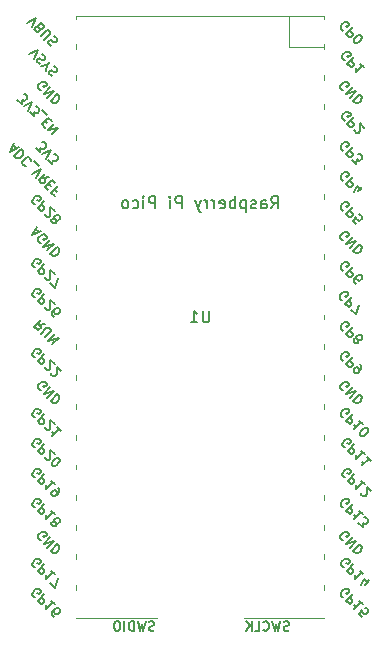
<source format=gbr>
%TF.GenerationSoftware,KiCad,Pcbnew,(6.0.9)*%
%TF.CreationDate,2023-01-29T18:03:13-08:00*%
%TF.ProjectId,numpad,6e756d70-6164-42e6-9b69-6361645f7063,rev?*%
%TF.SameCoordinates,Original*%
%TF.FileFunction,Legend,Bot*%
%TF.FilePolarity,Positive*%
%FSLAX46Y46*%
G04 Gerber Fmt 4.6, Leading zero omitted, Abs format (unit mm)*
G04 Created by KiCad (PCBNEW (6.0.9)) date 2023-01-29 18:03:13*
%MOMM*%
%LPD*%
G01*
G04 APERTURE LIST*
%ADD10C,0.150000*%
%ADD11C,0.120000*%
G04 APERTURE END LIST*
D10*
X96400000Y-68252380D02*
X96733333Y-67776190D01*
X96971428Y-68252380D02*
X96971428Y-67252380D01*
X96590476Y-67252380D01*
X96495238Y-67300000D01*
X96447619Y-67347619D01*
X96400000Y-67442857D01*
X96400000Y-67585714D01*
X96447619Y-67680952D01*
X96495238Y-67728571D01*
X96590476Y-67776190D01*
X96971428Y-67776190D01*
X95542857Y-68252380D02*
X95542857Y-67728571D01*
X95590476Y-67633333D01*
X95685714Y-67585714D01*
X95876190Y-67585714D01*
X95971428Y-67633333D01*
X95542857Y-68204761D02*
X95638095Y-68252380D01*
X95876190Y-68252380D01*
X95971428Y-68204761D01*
X96019047Y-68109523D01*
X96019047Y-68014285D01*
X95971428Y-67919047D01*
X95876190Y-67871428D01*
X95638095Y-67871428D01*
X95542857Y-67823809D01*
X95114285Y-68204761D02*
X95019047Y-68252380D01*
X94828571Y-68252380D01*
X94733333Y-68204761D01*
X94685714Y-68109523D01*
X94685714Y-68061904D01*
X94733333Y-67966666D01*
X94828571Y-67919047D01*
X94971428Y-67919047D01*
X95066666Y-67871428D01*
X95114285Y-67776190D01*
X95114285Y-67728571D01*
X95066666Y-67633333D01*
X94971428Y-67585714D01*
X94828571Y-67585714D01*
X94733333Y-67633333D01*
X94257142Y-67585714D02*
X94257142Y-68585714D01*
X94257142Y-67633333D02*
X94161904Y-67585714D01*
X93971428Y-67585714D01*
X93876190Y-67633333D01*
X93828571Y-67680952D01*
X93780952Y-67776190D01*
X93780952Y-68061904D01*
X93828571Y-68157142D01*
X93876190Y-68204761D01*
X93971428Y-68252380D01*
X94161904Y-68252380D01*
X94257142Y-68204761D01*
X93352380Y-68252380D02*
X93352380Y-67252380D01*
X93352380Y-67633333D02*
X93257142Y-67585714D01*
X93066666Y-67585714D01*
X92971428Y-67633333D01*
X92923809Y-67680952D01*
X92876190Y-67776190D01*
X92876190Y-68061904D01*
X92923809Y-68157142D01*
X92971428Y-68204761D01*
X93066666Y-68252380D01*
X93257142Y-68252380D01*
X93352380Y-68204761D01*
X92066666Y-68204761D02*
X92161904Y-68252380D01*
X92352380Y-68252380D01*
X92447619Y-68204761D01*
X92495238Y-68109523D01*
X92495238Y-67728571D01*
X92447619Y-67633333D01*
X92352380Y-67585714D01*
X92161904Y-67585714D01*
X92066666Y-67633333D01*
X92019047Y-67728571D01*
X92019047Y-67823809D01*
X92495238Y-67919047D01*
X91590476Y-68252380D02*
X91590476Y-67585714D01*
X91590476Y-67776190D02*
X91542857Y-67680952D01*
X91495238Y-67633333D01*
X91400000Y-67585714D01*
X91304761Y-67585714D01*
X90971428Y-68252380D02*
X90971428Y-67585714D01*
X90971428Y-67776190D02*
X90923809Y-67680952D01*
X90876190Y-67633333D01*
X90780952Y-67585714D01*
X90685714Y-67585714D01*
X90447619Y-67585714D02*
X90209523Y-68252380D01*
X89971428Y-67585714D02*
X90209523Y-68252380D01*
X90304761Y-68490476D01*
X90352380Y-68538095D01*
X90447619Y-68585714D01*
X88828571Y-68252380D02*
X88828571Y-67252380D01*
X88447619Y-67252380D01*
X88352380Y-67300000D01*
X88304761Y-67347619D01*
X88257142Y-67442857D01*
X88257142Y-67585714D01*
X88304761Y-67680952D01*
X88352380Y-67728571D01*
X88447619Y-67776190D01*
X88828571Y-67776190D01*
X87828571Y-68252380D02*
X87828571Y-67585714D01*
X87828571Y-67252380D02*
X87876190Y-67300000D01*
X87828571Y-67347619D01*
X87780952Y-67300000D01*
X87828571Y-67252380D01*
X87828571Y-67347619D01*
X86590476Y-68252380D02*
X86590476Y-67252380D01*
X86209523Y-67252380D01*
X86114285Y-67300000D01*
X86066666Y-67347619D01*
X86019047Y-67442857D01*
X86019047Y-67585714D01*
X86066666Y-67680952D01*
X86114285Y-67728571D01*
X86209523Y-67776190D01*
X86590476Y-67776190D01*
X85590476Y-68252380D02*
X85590476Y-67585714D01*
X85590476Y-67252380D02*
X85638095Y-67300000D01*
X85590476Y-67347619D01*
X85542857Y-67300000D01*
X85590476Y-67252380D01*
X85590476Y-67347619D01*
X84685714Y-68204761D02*
X84780952Y-68252380D01*
X84971428Y-68252380D01*
X85066666Y-68204761D01*
X85114285Y-68157142D01*
X85161904Y-68061904D01*
X85161904Y-67776190D01*
X85114285Y-67680952D01*
X85066666Y-67633333D01*
X84971428Y-67585714D01*
X84780952Y-67585714D01*
X84685714Y-67633333D01*
X84114285Y-68252380D02*
X84209523Y-68204761D01*
X84257142Y-68157142D01*
X84304761Y-68061904D01*
X84304761Y-67776190D01*
X84257142Y-67680952D01*
X84209523Y-67633333D01*
X84114285Y-67585714D01*
X83971428Y-67585714D01*
X83876190Y-67633333D01*
X83828571Y-67680952D01*
X83780952Y-67776190D01*
X83780952Y-68061904D01*
X83828571Y-68157142D01*
X83876190Y-68204761D01*
X83971428Y-68252380D01*
X84114285Y-68252380D01*
%TO.C,U1*%
X91161904Y-76907380D02*
X91161904Y-77716904D01*
X91114285Y-77812142D01*
X91066666Y-77859761D01*
X90971428Y-77907380D01*
X90780952Y-77907380D01*
X90685714Y-77859761D01*
X90638095Y-77812142D01*
X90590476Y-77716904D01*
X90590476Y-76907380D01*
X89590476Y-77907380D02*
X90161904Y-77907380D01*
X89876190Y-77907380D02*
X89876190Y-76907380D01*
X89971428Y-77050238D01*
X90066666Y-77145476D01*
X90161904Y-77193095D01*
X76389722Y-73264407D02*
X76308910Y-73237470D01*
X76228097Y-73156658D01*
X76174223Y-73048908D01*
X76174223Y-72941158D01*
X76201160Y-72860346D01*
X76281972Y-72725659D01*
X76362784Y-72644847D01*
X76497471Y-72564035D01*
X76578284Y-72537097D01*
X76686033Y-72537097D01*
X76793783Y-72590972D01*
X76847658Y-72644847D01*
X76901532Y-72752597D01*
X76901532Y-72806471D01*
X76712971Y-72995033D01*
X76605221Y-72887284D01*
X77197844Y-72995033D02*
X76632158Y-73560719D01*
X76847658Y-73776218D01*
X76928470Y-73803155D01*
X76982345Y-73803155D01*
X77063157Y-73776218D01*
X77143969Y-73695406D01*
X77170906Y-73614593D01*
X77170906Y-73560719D01*
X77143969Y-73479906D01*
X76928470Y-73264407D01*
X77224781Y-74045592D02*
X77224781Y-74099467D01*
X77251719Y-74180279D01*
X77386406Y-74314966D01*
X77467218Y-74341903D01*
X77521093Y-74341903D01*
X77601905Y-74314966D01*
X77655780Y-74261091D01*
X77709654Y-74153341D01*
X77709654Y-73506844D01*
X78059841Y-73857030D01*
X77682717Y-74611277D02*
X78059841Y-74988401D01*
X78383089Y-74180279D01*
X77238375Y-78051564D02*
X76780439Y-78132377D01*
X76915126Y-77728316D02*
X76349441Y-78294001D01*
X76564940Y-78509500D01*
X76645752Y-78536438D01*
X76699627Y-78536438D01*
X76780439Y-78509500D01*
X76861251Y-78428688D01*
X76888189Y-78347876D01*
X76888189Y-78294001D01*
X76861251Y-78213189D01*
X76645752Y-77997690D01*
X76915126Y-78859687D02*
X77373062Y-78401751D01*
X77453874Y-78374813D01*
X77507749Y-78374813D01*
X77588561Y-78401751D01*
X77696311Y-78509500D01*
X77723248Y-78590312D01*
X77723248Y-78644187D01*
X77696311Y-78725000D01*
X77238375Y-79182935D01*
X78073435Y-78886624D02*
X77507749Y-79452309D01*
X78396683Y-79209873D01*
X77830998Y-79775558D01*
X102497722Y-85954407D02*
X102416910Y-85927470D01*
X102336097Y-85846658D01*
X102282223Y-85738908D01*
X102282223Y-85631158D01*
X102309160Y-85550346D01*
X102389972Y-85415659D01*
X102470784Y-85334847D01*
X102605471Y-85254035D01*
X102686284Y-85227097D01*
X102794033Y-85227097D01*
X102901783Y-85280972D01*
X102955658Y-85334847D01*
X103009532Y-85442597D01*
X103009532Y-85496471D01*
X102820971Y-85685033D01*
X102713221Y-85577284D01*
X103305844Y-85685033D02*
X102740158Y-86250719D01*
X102955658Y-86466218D01*
X103036470Y-86493155D01*
X103090345Y-86493155D01*
X103171157Y-86466218D01*
X103251969Y-86385406D01*
X103278906Y-86304593D01*
X103278906Y-86250719D01*
X103251969Y-86169906D01*
X103036470Y-85954407D01*
X104167841Y-86547030D02*
X103844592Y-86223781D01*
X104006216Y-86385406D02*
X103440531Y-86951091D01*
X103467468Y-86816404D01*
X103467468Y-86708654D01*
X103440531Y-86627842D01*
X103952341Y-87462902D02*
X104006216Y-87516776D01*
X104087028Y-87543714D01*
X104140903Y-87543714D01*
X104221715Y-87516776D01*
X104356402Y-87435964D01*
X104491089Y-87301277D01*
X104571902Y-87166590D01*
X104598839Y-87085778D01*
X104598839Y-87031903D01*
X104571902Y-86951091D01*
X104518027Y-86897216D01*
X104437215Y-86870279D01*
X104383340Y-86870279D01*
X104302528Y-86897216D01*
X104167841Y-86978028D01*
X104033154Y-87112715D01*
X103952341Y-87247402D01*
X103925404Y-87328215D01*
X103925404Y-87382089D01*
X103952341Y-87462902D01*
X102613096Y-55733781D02*
X102532284Y-55706844D01*
X102451471Y-55626032D01*
X102397597Y-55518282D01*
X102397597Y-55410532D01*
X102424534Y-55329720D01*
X102505346Y-55195033D01*
X102586158Y-55114221D01*
X102720845Y-55033409D01*
X102801658Y-55006471D01*
X102909407Y-55006471D01*
X103017157Y-55060346D01*
X103071032Y-55114221D01*
X103124906Y-55221971D01*
X103124906Y-55275845D01*
X102936345Y-55464407D01*
X102828595Y-55356658D01*
X103421218Y-55464407D02*
X102855532Y-56030093D01*
X103071032Y-56245592D01*
X103151844Y-56272529D01*
X103205719Y-56272529D01*
X103286531Y-56245592D01*
X103367343Y-56164780D01*
X103394280Y-56083967D01*
X103394280Y-56030093D01*
X103367343Y-55949280D01*
X103151844Y-55733781D01*
X104283215Y-56326404D02*
X103959966Y-56003155D01*
X104121590Y-56164780D02*
X103555905Y-56730465D01*
X103582842Y-56595778D01*
X103582842Y-56488028D01*
X103555905Y-56407216D01*
X102643722Y-91034407D02*
X102562910Y-91007470D01*
X102482097Y-90926658D01*
X102428223Y-90818908D01*
X102428223Y-90711158D01*
X102455160Y-90630346D01*
X102535972Y-90495659D01*
X102616784Y-90414847D01*
X102751471Y-90334035D01*
X102832284Y-90307097D01*
X102940033Y-90307097D01*
X103047783Y-90360972D01*
X103101658Y-90414847D01*
X103155532Y-90522597D01*
X103155532Y-90576471D01*
X102966971Y-90765033D01*
X102859221Y-90657284D01*
X103451844Y-90765033D02*
X102886158Y-91330719D01*
X103101658Y-91546218D01*
X103182470Y-91573155D01*
X103236345Y-91573155D01*
X103317157Y-91546218D01*
X103397969Y-91465406D01*
X103424906Y-91384593D01*
X103424906Y-91330719D01*
X103397969Y-91249906D01*
X103182470Y-91034407D01*
X104313841Y-91627030D02*
X103990592Y-91303781D01*
X104152216Y-91465406D02*
X103586531Y-92031091D01*
X103613468Y-91896404D01*
X103613468Y-91788654D01*
X103586531Y-91707842D01*
X104017529Y-92354340D02*
X104017529Y-92408215D01*
X104044467Y-92489027D01*
X104179154Y-92623714D01*
X104259966Y-92650651D01*
X104313841Y-92650651D01*
X104394653Y-92623714D01*
X104448528Y-92569839D01*
X104502402Y-92462089D01*
X104502402Y-91815592D01*
X104852589Y-92165778D01*
X75920473Y-55205033D02*
X76674720Y-54827910D01*
X76297597Y-55582157D01*
X76997969Y-55205033D02*
X77105719Y-55258908D01*
X77240406Y-55393595D01*
X77267343Y-55474407D01*
X77267343Y-55528282D01*
X77240406Y-55609094D01*
X77186531Y-55662969D01*
X77105719Y-55689906D01*
X77051844Y-55689906D01*
X76971032Y-55662969D01*
X76836345Y-55582157D01*
X76755532Y-55555219D01*
X76701658Y-55555219D01*
X76620845Y-55582157D01*
X76566971Y-55636032D01*
X76540033Y-55716844D01*
X76540033Y-55770719D01*
X76566971Y-55851531D01*
X76701658Y-55986218D01*
X76809407Y-56040093D01*
X77428967Y-56120905D02*
X77698341Y-55851531D01*
X76944094Y-56228654D02*
X77428967Y-56120905D01*
X77321218Y-56605778D01*
X78021590Y-56228654D02*
X78129340Y-56282529D01*
X78264027Y-56417216D01*
X78290964Y-56498028D01*
X78290964Y-56551903D01*
X78264027Y-56632715D01*
X78210152Y-56686590D01*
X78129340Y-56713528D01*
X78075465Y-56713528D01*
X77994653Y-56686590D01*
X77859966Y-56605778D01*
X77779154Y-56578841D01*
X77725279Y-56578841D01*
X77644467Y-56605778D01*
X77590592Y-56659653D01*
X77563654Y-56740465D01*
X77563654Y-56794340D01*
X77590592Y-56875152D01*
X77725279Y-57009839D01*
X77833028Y-57063714D01*
X102543722Y-98654407D02*
X102462910Y-98627470D01*
X102382097Y-98546658D01*
X102328223Y-98438908D01*
X102328223Y-98331158D01*
X102355160Y-98250346D01*
X102435972Y-98115659D01*
X102516784Y-98034847D01*
X102651471Y-97954035D01*
X102732284Y-97927097D01*
X102840033Y-97927097D01*
X102947783Y-97980972D01*
X103001658Y-98034847D01*
X103055532Y-98142597D01*
X103055532Y-98196471D01*
X102866971Y-98385033D01*
X102759221Y-98277284D01*
X103351844Y-98385033D02*
X102786158Y-98950719D01*
X103001658Y-99166218D01*
X103082470Y-99193155D01*
X103136345Y-99193155D01*
X103217157Y-99166218D01*
X103297969Y-99085406D01*
X103324906Y-99004593D01*
X103324906Y-98950719D01*
X103297969Y-98869906D01*
X103082470Y-98654407D01*
X104213841Y-99247030D02*
X103890592Y-98923781D01*
X104052216Y-99085406D02*
X103486531Y-99651091D01*
X103513468Y-99516404D01*
X103513468Y-99408654D01*
X103486531Y-99327842D01*
X104321590Y-100109027D02*
X104698714Y-99731903D01*
X103971404Y-100189839D02*
X104240778Y-99651091D01*
X104590964Y-100001277D01*
X102486158Y-83656844D02*
X102405346Y-83629906D01*
X102324534Y-83549094D01*
X102270659Y-83441345D01*
X102270659Y-83333595D01*
X102297597Y-83252783D01*
X102378409Y-83118096D01*
X102459221Y-83037284D01*
X102593908Y-82956471D01*
X102674720Y-82929534D01*
X102782470Y-82929534D01*
X102890219Y-82983409D01*
X102944094Y-83037284D01*
X102997969Y-83145033D01*
X102997969Y-83198908D01*
X102809407Y-83387470D01*
X102701658Y-83279720D01*
X103294280Y-83387470D02*
X102728595Y-83953155D01*
X103617529Y-83710719D01*
X103051844Y-84276404D01*
X103886903Y-83980093D02*
X103321218Y-84545778D01*
X103455905Y-84680465D01*
X103563654Y-84734340D01*
X103671404Y-84734340D01*
X103752216Y-84707402D01*
X103886903Y-84626590D01*
X103967715Y-84545778D01*
X104048528Y-84411091D01*
X104075465Y-84330279D01*
X104075465Y-84222529D01*
X104021590Y-84114780D01*
X103886903Y-83980093D01*
X76389722Y-80874407D02*
X76308910Y-80847470D01*
X76228097Y-80766658D01*
X76174223Y-80658908D01*
X76174223Y-80551158D01*
X76201160Y-80470346D01*
X76281972Y-80335659D01*
X76362784Y-80254847D01*
X76497471Y-80174035D01*
X76578284Y-80147097D01*
X76686033Y-80147097D01*
X76793783Y-80200972D01*
X76847658Y-80254847D01*
X76901532Y-80362597D01*
X76901532Y-80416471D01*
X76712971Y-80605033D01*
X76605221Y-80497284D01*
X77197844Y-80605033D02*
X76632158Y-81170719D01*
X76847658Y-81386218D01*
X76928470Y-81413155D01*
X76982345Y-81413155D01*
X77063157Y-81386218D01*
X77143969Y-81305406D01*
X77170906Y-81224593D01*
X77170906Y-81170719D01*
X77143969Y-81089906D01*
X76928470Y-80874407D01*
X77224781Y-81655592D02*
X77224781Y-81709467D01*
X77251719Y-81790279D01*
X77386406Y-81924966D01*
X77467218Y-81951903D01*
X77521093Y-81951903D01*
X77601905Y-81924966D01*
X77655780Y-81871091D01*
X77709654Y-81763341D01*
X77709654Y-81116844D01*
X78059841Y-81467030D01*
X77763529Y-82194340D02*
X77763529Y-82248215D01*
X77790467Y-82329027D01*
X77925154Y-82463714D01*
X78005966Y-82490651D01*
X78059841Y-82490651D01*
X78140653Y-82463714D01*
X78194528Y-82409839D01*
X78248402Y-82302089D01*
X78248402Y-81655592D01*
X78598589Y-82005778D01*
X76389722Y-85964407D02*
X76308910Y-85937470D01*
X76228097Y-85856658D01*
X76174223Y-85748908D01*
X76174223Y-85641158D01*
X76201160Y-85560346D01*
X76281972Y-85425659D01*
X76362784Y-85344847D01*
X76497471Y-85264035D01*
X76578284Y-85237097D01*
X76686033Y-85237097D01*
X76793783Y-85290972D01*
X76847658Y-85344847D01*
X76901532Y-85452597D01*
X76901532Y-85506471D01*
X76712971Y-85695033D01*
X76605221Y-85587284D01*
X77197844Y-85695033D02*
X76632158Y-86260719D01*
X76847658Y-86476218D01*
X76928470Y-86503155D01*
X76982345Y-86503155D01*
X77063157Y-86476218D01*
X77143969Y-86395406D01*
X77170906Y-86314593D01*
X77170906Y-86260719D01*
X77143969Y-86179906D01*
X76928470Y-85964407D01*
X77224781Y-86745592D02*
X77224781Y-86799467D01*
X77251719Y-86880279D01*
X77386406Y-87014966D01*
X77467218Y-87041903D01*
X77521093Y-87041903D01*
X77601905Y-87014966D01*
X77655780Y-86961091D01*
X77709654Y-86853341D01*
X77709654Y-86206844D01*
X78059841Y-86557030D01*
X78598589Y-87095778D02*
X78275340Y-86772529D01*
X78436964Y-86934154D02*
X77871279Y-87499839D01*
X77898216Y-87365152D01*
X77898216Y-87257402D01*
X77871279Y-87176590D01*
X102513096Y-73523781D02*
X102432284Y-73496844D01*
X102351471Y-73416032D01*
X102297597Y-73308282D01*
X102297597Y-73200532D01*
X102324534Y-73119720D01*
X102405346Y-72985033D01*
X102486158Y-72904221D01*
X102620845Y-72823409D01*
X102701658Y-72796471D01*
X102809407Y-72796471D01*
X102917157Y-72850346D01*
X102971032Y-72904221D01*
X103024906Y-73011971D01*
X103024906Y-73065845D01*
X102836345Y-73254407D01*
X102728595Y-73146658D01*
X103321218Y-73254407D02*
X102755532Y-73820093D01*
X102971032Y-74035592D01*
X103051844Y-74062529D01*
X103105719Y-74062529D01*
X103186531Y-74035592D01*
X103267343Y-73954780D01*
X103294280Y-73873967D01*
X103294280Y-73820093D01*
X103267343Y-73739280D01*
X103051844Y-73523781D01*
X103563654Y-74628215D02*
X103455905Y-74520465D01*
X103428967Y-74439653D01*
X103428967Y-74385778D01*
X103455905Y-74251091D01*
X103536717Y-74116404D01*
X103752216Y-73900905D01*
X103833028Y-73873967D01*
X103886903Y-73873967D01*
X103967715Y-73900905D01*
X104075465Y-74008654D01*
X104102402Y-74089467D01*
X104102402Y-74143341D01*
X104075465Y-74224154D01*
X103940778Y-74358841D01*
X103859966Y-74385778D01*
X103806091Y-74385778D01*
X103725279Y-74358841D01*
X103617529Y-74251091D01*
X103590592Y-74170279D01*
X103590592Y-74116404D01*
X103617529Y-74035592D01*
X76389722Y-93574407D02*
X76308910Y-93547470D01*
X76228097Y-93466658D01*
X76174223Y-93358908D01*
X76174223Y-93251158D01*
X76201160Y-93170346D01*
X76281972Y-93035659D01*
X76362784Y-92954847D01*
X76497471Y-92874035D01*
X76578284Y-92847097D01*
X76686033Y-92847097D01*
X76793783Y-92900972D01*
X76847658Y-92954847D01*
X76901532Y-93062597D01*
X76901532Y-93116471D01*
X76712971Y-93305033D01*
X76605221Y-93197284D01*
X77197844Y-93305033D02*
X76632158Y-93870719D01*
X76847658Y-94086218D01*
X76928470Y-94113155D01*
X76982345Y-94113155D01*
X77063157Y-94086218D01*
X77143969Y-94005406D01*
X77170906Y-93924593D01*
X77170906Y-93870719D01*
X77143969Y-93789906D01*
X76928470Y-93574407D01*
X78059841Y-94167030D02*
X77736592Y-93843781D01*
X77898216Y-94005406D02*
X77332531Y-94571091D01*
X77359468Y-94436404D01*
X77359468Y-94328654D01*
X77332531Y-94247842D01*
X78059841Y-94813528D02*
X77979028Y-94786590D01*
X77925154Y-94786590D01*
X77844341Y-94813528D01*
X77817404Y-94840465D01*
X77790467Y-94921277D01*
X77790467Y-94975152D01*
X77817404Y-95055964D01*
X77925154Y-95163714D01*
X78005966Y-95190651D01*
X78059841Y-95190651D01*
X78140653Y-95163714D01*
X78167590Y-95136776D01*
X78194528Y-95055964D01*
X78194528Y-95002089D01*
X78167590Y-94921277D01*
X78059841Y-94813528D01*
X78032903Y-94732715D01*
X78032903Y-94678841D01*
X78059841Y-94598028D01*
X78167590Y-94490279D01*
X78248402Y-94463341D01*
X78302277Y-94463341D01*
X78383089Y-94490279D01*
X78490839Y-94598028D01*
X78517776Y-94678841D01*
X78517776Y-94732715D01*
X78490839Y-94813528D01*
X78383089Y-94921277D01*
X78302277Y-94948215D01*
X78248402Y-94948215D01*
X78167590Y-94921277D01*
X102613096Y-60823781D02*
X102532284Y-60796844D01*
X102451471Y-60716032D01*
X102397597Y-60608282D01*
X102397597Y-60500532D01*
X102424534Y-60419720D01*
X102505346Y-60285033D01*
X102586158Y-60204221D01*
X102720845Y-60123409D01*
X102801658Y-60096471D01*
X102909407Y-60096471D01*
X103017157Y-60150346D01*
X103071032Y-60204221D01*
X103124906Y-60311971D01*
X103124906Y-60365845D01*
X102936345Y-60554407D01*
X102828595Y-60446658D01*
X103421218Y-60554407D02*
X102855532Y-61120093D01*
X103071032Y-61335592D01*
X103151844Y-61362529D01*
X103205719Y-61362529D01*
X103286531Y-61335592D01*
X103367343Y-61254780D01*
X103394280Y-61173967D01*
X103394280Y-61120093D01*
X103367343Y-61039280D01*
X103151844Y-60823781D01*
X103448155Y-61604966D02*
X103448155Y-61658841D01*
X103475093Y-61739653D01*
X103609780Y-61874340D01*
X103690592Y-61901277D01*
X103744467Y-61901277D01*
X103825279Y-61874340D01*
X103879154Y-61820465D01*
X103933028Y-61712715D01*
X103933028Y-61066218D01*
X104283215Y-61416404D01*
X76389722Y-91034407D02*
X76308910Y-91007470D01*
X76228097Y-90926658D01*
X76174223Y-90818908D01*
X76174223Y-90711158D01*
X76201160Y-90630346D01*
X76281972Y-90495659D01*
X76362784Y-90414847D01*
X76497471Y-90334035D01*
X76578284Y-90307097D01*
X76686033Y-90307097D01*
X76793783Y-90360972D01*
X76847658Y-90414847D01*
X76901532Y-90522597D01*
X76901532Y-90576471D01*
X76712971Y-90765033D01*
X76605221Y-90657284D01*
X77197844Y-90765033D02*
X76632158Y-91330719D01*
X76847658Y-91546218D01*
X76928470Y-91573155D01*
X76982345Y-91573155D01*
X77063157Y-91546218D01*
X77143969Y-91465406D01*
X77170906Y-91384593D01*
X77170906Y-91330719D01*
X77143969Y-91249906D01*
X76928470Y-91034407D01*
X78059841Y-91627030D02*
X77736592Y-91303781D01*
X77898216Y-91465406D02*
X77332531Y-92031091D01*
X77359468Y-91896404D01*
X77359468Y-91788654D01*
X77332531Y-91707842D01*
X78329215Y-91896404D02*
X78436964Y-92004154D01*
X78463902Y-92084966D01*
X78463902Y-92138841D01*
X78436964Y-92273528D01*
X78356152Y-92408215D01*
X78140653Y-92623714D01*
X78059841Y-92650651D01*
X78005966Y-92650651D01*
X77925154Y-92623714D01*
X77817404Y-92515964D01*
X77790467Y-92435152D01*
X77790467Y-92381277D01*
X77817404Y-92300465D01*
X77952091Y-92165778D01*
X78032903Y-92138841D01*
X78086778Y-92138841D01*
X78167590Y-92165778D01*
X78275340Y-92273528D01*
X78302277Y-92354340D01*
X78302277Y-92408215D01*
X78275340Y-92489027D01*
X76389722Y-88494407D02*
X76308910Y-88467470D01*
X76228097Y-88386658D01*
X76174223Y-88278908D01*
X76174223Y-88171158D01*
X76201160Y-88090346D01*
X76281972Y-87955659D01*
X76362784Y-87874847D01*
X76497471Y-87794035D01*
X76578284Y-87767097D01*
X76686033Y-87767097D01*
X76793783Y-87820972D01*
X76847658Y-87874847D01*
X76901532Y-87982597D01*
X76901532Y-88036471D01*
X76712971Y-88225033D01*
X76605221Y-88117284D01*
X77197844Y-88225033D02*
X76632158Y-88790719D01*
X76847658Y-89006218D01*
X76928470Y-89033155D01*
X76982345Y-89033155D01*
X77063157Y-89006218D01*
X77143969Y-88925406D01*
X77170906Y-88844593D01*
X77170906Y-88790719D01*
X77143969Y-88709906D01*
X76928470Y-88494407D01*
X77224781Y-89275592D02*
X77224781Y-89329467D01*
X77251719Y-89410279D01*
X77386406Y-89544966D01*
X77467218Y-89571903D01*
X77521093Y-89571903D01*
X77601905Y-89544966D01*
X77655780Y-89491091D01*
X77709654Y-89383341D01*
X77709654Y-88736844D01*
X78059841Y-89087030D01*
X77844341Y-90002902D02*
X77898216Y-90056776D01*
X77979028Y-90083714D01*
X78032903Y-90083714D01*
X78113715Y-90056776D01*
X78248402Y-89975964D01*
X78383089Y-89841277D01*
X78463902Y-89706590D01*
X78490839Y-89625778D01*
X78490839Y-89571903D01*
X78463902Y-89491091D01*
X78410027Y-89437216D01*
X78329215Y-89410279D01*
X78275340Y-89410279D01*
X78194528Y-89437216D01*
X78059841Y-89518028D01*
X77925154Y-89652715D01*
X77844341Y-89787402D01*
X77817404Y-89868215D01*
X77817404Y-89922089D01*
X77844341Y-90002902D01*
X102486158Y-58256844D02*
X102405346Y-58229906D01*
X102324534Y-58149094D01*
X102270659Y-58041345D01*
X102270659Y-57933595D01*
X102297597Y-57852783D01*
X102378409Y-57718096D01*
X102459221Y-57637284D01*
X102593908Y-57556471D01*
X102674720Y-57529534D01*
X102782470Y-57529534D01*
X102890219Y-57583409D01*
X102944094Y-57637284D01*
X102997969Y-57745033D01*
X102997969Y-57798908D01*
X102809407Y-57987470D01*
X102701658Y-57879720D01*
X103294280Y-57987470D02*
X102728595Y-58553155D01*
X103617529Y-58310719D01*
X103051844Y-58876404D01*
X103886903Y-58580093D02*
X103321218Y-59145778D01*
X103455905Y-59280465D01*
X103563654Y-59334340D01*
X103671404Y-59334340D01*
X103752216Y-59307402D01*
X103886903Y-59226590D01*
X103967715Y-59145778D01*
X104048528Y-59011091D01*
X104075465Y-58930279D01*
X104075465Y-58822529D01*
X104021590Y-58714780D01*
X103886903Y-58580093D01*
X102486158Y-96356844D02*
X102405346Y-96329906D01*
X102324534Y-96249094D01*
X102270659Y-96141345D01*
X102270659Y-96033595D01*
X102297597Y-95952783D01*
X102378409Y-95818096D01*
X102459221Y-95737284D01*
X102593908Y-95656471D01*
X102674720Y-95629534D01*
X102782470Y-95629534D01*
X102890219Y-95683409D01*
X102944094Y-95737284D01*
X102997969Y-95845033D01*
X102997969Y-95898908D01*
X102809407Y-96087470D01*
X102701658Y-95979720D01*
X103294280Y-96087470D02*
X102728595Y-96653155D01*
X103617529Y-96410719D01*
X103051844Y-96976404D01*
X103886903Y-96680093D02*
X103321218Y-97245778D01*
X103455905Y-97380465D01*
X103563654Y-97434340D01*
X103671404Y-97434340D01*
X103752216Y-97407402D01*
X103886903Y-97326590D01*
X103967715Y-97245778D01*
X104048528Y-97111091D01*
X104075465Y-97030279D01*
X104075465Y-96922529D01*
X104021590Y-96814780D01*
X103886903Y-96680093D01*
X102513096Y-63363781D02*
X102432284Y-63336844D01*
X102351471Y-63256032D01*
X102297597Y-63148282D01*
X102297597Y-63040532D01*
X102324534Y-62959720D01*
X102405346Y-62825033D01*
X102486158Y-62744221D01*
X102620845Y-62663409D01*
X102701658Y-62636471D01*
X102809407Y-62636471D01*
X102917157Y-62690346D01*
X102971032Y-62744221D01*
X103024906Y-62851971D01*
X103024906Y-62905845D01*
X102836345Y-63094407D01*
X102728595Y-62986658D01*
X103321218Y-63094407D02*
X102755532Y-63660093D01*
X102971032Y-63875592D01*
X103051844Y-63902529D01*
X103105719Y-63902529D01*
X103186531Y-63875592D01*
X103267343Y-63794780D01*
X103294280Y-63713967D01*
X103294280Y-63660093D01*
X103267343Y-63579280D01*
X103051844Y-63363781D01*
X103267343Y-64171903D02*
X103617529Y-64522089D01*
X103644467Y-64118028D01*
X103725279Y-64198841D01*
X103806091Y-64225778D01*
X103859966Y-64225778D01*
X103940778Y-64198841D01*
X104075465Y-64064154D01*
X104102402Y-63983341D01*
X104102402Y-63929467D01*
X104075465Y-63848654D01*
X103913841Y-63687030D01*
X103833028Y-63660093D01*
X103779154Y-63660093D01*
X102513096Y-53203781D02*
X102432284Y-53176844D01*
X102351471Y-53096032D01*
X102297597Y-52988282D01*
X102297597Y-52880532D01*
X102324534Y-52799720D01*
X102405346Y-52665033D01*
X102486158Y-52584221D01*
X102620845Y-52503409D01*
X102701658Y-52476471D01*
X102809407Y-52476471D01*
X102917157Y-52530346D01*
X102971032Y-52584221D01*
X103024906Y-52691971D01*
X103024906Y-52745845D01*
X102836345Y-52934407D01*
X102728595Y-52826658D01*
X103321218Y-52934407D02*
X102755532Y-53500093D01*
X102971032Y-53715592D01*
X103051844Y-53742529D01*
X103105719Y-53742529D01*
X103186531Y-53715592D01*
X103267343Y-53634780D01*
X103294280Y-53553967D01*
X103294280Y-53500093D01*
X103267343Y-53419280D01*
X103051844Y-53203781D01*
X103428967Y-54173528D02*
X103482842Y-54227402D01*
X103563654Y-54254340D01*
X103617529Y-54254340D01*
X103698341Y-54227402D01*
X103833028Y-54146590D01*
X103967715Y-54011903D01*
X104048528Y-53877216D01*
X104075465Y-53796404D01*
X104075465Y-53742529D01*
X104048528Y-53661717D01*
X103994653Y-53607842D01*
X103913841Y-53580905D01*
X103859966Y-53580905D01*
X103779154Y-53607842D01*
X103644467Y-53688654D01*
X103509780Y-53823341D01*
X103428967Y-53958028D01*
X103402030Y-54038841D01*
X103402030Y-54092715D01*
X103428967Y-54173528D01*
X102513096Y-68443781D02*
X102432284Y-68416844D01*
X102351471Y-68336032D01*
X102297597Y-68228282D01*
X102297597Y-68120532D01*
X102324534Y-68039720D01*
X102405346Y-67905033D01*
X102486158Y-67824221D01*
X102620845Y-67743409D01*
X102701658Y-67716471D01*
X102809407Y-67716471D01*
X102917157Y-67770346D01*
X102971032Y-67824221D01*
X103024906Y-67931971D01*
X103024906Y-67985845D01*
X102836345Y-68174407D01*
X102728595Y-68066658D01*
X103321218Y-68174407D02*
X102755532Y-68740093D01*
X102971032Y-68955592D01*
X103051844Y-68982529D01*
X103105719Y-68982529D01*
X103186531Y-68955592D01*
X103267343Y-68874780D01*
X103294280Y-68793967D01*
X103294280Y-68740093D01*
X103267343Y-68659280D01*
X103051844Y-68443781D01*
X103590592Y-69575152D02*
X103321218Y-69305778D01*
X103563654Y-69009467D01*
X103563654Y-69063341D01*
X103590592Y-69144154D01*
X103725279Y-69278841D01*
X103806091Y-69305778D01*
X103859966Y-69305778D01*
X103940778Y-69278841D01*
X104075465Y-69144154D01*
X104102402Y-69063341D01*
X104102402Y-69009467D01*
X104075465Y-68928654D01*
X103940778Y-68793967D01*
X103859966Y-68767030D01*
X103806091Y-68767030D01*
X86495238Y-103978809D02*
X86380952Y-104016904D01*
X86190476Y-104016904D01*
X86114285Y-103978809D01*
X86076190Y-103940714D01*
X86038095Y-103864523D01*
X86038095Y-103788333D01*
X86076190Y-103712142D01*
X86114285Y-103674047D01*
X86190476Y-103635952D01*
X86342857Y-103597857D01*
X86419047Y-103559761D01*
X86457142Y-103521666D01*
X86495238Y-103445476D01*
X86495238Y-103369285D01*
X86457142Y-103293095D01*
X86419047Y-103255000D01*
X86342857Y-103216904D01*
X86152380Y-103216904D01*
X86038095Y-103255000D01*
X85771428Y-103216904D02*
X85580952Y-104016904D01*
X85428571Y-103445476D01*
X85276190Y-104016904D01*
X85085714Y-103216904D01*
X84780952Y-104016904D02*
X84780952Y-103216904D01*
X84590476Y-103216904D01*
X84476190Y-103255000D01*
X84400000Y-103331190D01*
X84361904Y-103407380D01*
X84323809Y-103559761D01*
X84323809Y-103674047D01*
X84361904Y-103826428D01*
X84400000Y-103902619D01*
X84476190Y-103978809D01*
X84590476Y-104016904D01*
X84780952Y-104016904D01*
X83980952Y-104016904D02*
X83980952Y-103216904D01*
X83447619Y-103216904D02*
X83295238Y-103216904D01*
X83219047Y-103255000D01*
X83142857Y-103331190D01*
X83104761Y-103483571D01*
X83104761Y-103750238D01*
X83142857Y-103902619D01*
X83219047Y-103978809D01*
X83295238Y-104016904D01*
X83447619Y-104016904D01*
X83523809Y-103978809D01*
X83600000Y-103902619D01*
X83638095Y-103750238D01*
X83638095Y-103483571D01*
X83600000Y-103331190D01*
X83523809Y-103255000D01*
X83447619Y-103216904D01*
X102513096Y-81143781D02*
X102432284Y-81116844D01*
X102351471Y-81036032D01*
X102297597Y-80928282D01*
X102297597Y-80820532D01*
X102324534Y-80739720D01*
X102405346Y-80605033D01*
X102486158Y-80524221D01*
X102620845Y-80443409D01*
X102701658Y-80416471D01*
X102809407Y-80416471D01*
X102917157Y-80470346D01*
X102971032Y-80524221D01*
X103024906Y-80631971D01*
X103024906Y-80685845D01*
X102836345Y-80874407D01*
X102728595Y-80766658D01*
X103321218Y-80874407D02*
X102755532Y-81440093D01*
X102971032Y-81655592D01*
X103051844Y-81682529D01*
X103105719Y-81682529D01*
X103186531Y-81655592D01*
X103267343Y-81574780D01*
X103294280Y-81493967D01*
X103294280Y-81440093D01*
X103267343Y-81359280D01*
X103051844Y-81143781D01*
X103913841Y-81467030D02*
X104021590Y-81574780D01*
X104048528Y-81655592D01*
X104048528Y-81709467D01*
X104021590Y-81844154D01*
X103940778Y-81978841D01*
X103725279Y-82194340D01*
X103644467Y-82221277D01*
X103590592Y-82221277D01*
X103509780Y-82194340D01*
X103402030Y-82086590D01*
X103375093Y-82005778D01*
X103375093Y-81951903D01*
X103402030Y-81871091D01*
X103536717Y-81736404D01*
X103617529Y-81709467D01*
X103671404Y-81709467D01*
X103752216Y-81736404D01*
X103859966Y-81844154D01*
X103886903Y-81924966D01*
X103886903Y-81978841D01*
X103859966Y-82059653D01*
X76389722Y-67920407D02*
X76308910Y-67893470D01*
X76228097Y-67812658D01*
X76174223Y-67704908D01*
X76174223Y-67597158D01*
X76201160Y-67516346D01*
X76281972Y-67381659D01*
X76362784Y-67300847D01*
X76497471Y-67220035D01*
X76578284Y-67193097D01*
X76686033Y-67193097D01*
X76793783Y-67246972D01*
X76847658Y-67300847D01*
X76901532Y-67408597D01*
X76901532Y-67462471D01*
X76712971Y-67651033D01*
X76605221Y-67543284D01*
X77197844Y-67651033D02*
X76632158Y-68216719D01*
X76847658Y-68432218D01*
X76928470Y-68459155D01*
X76982345Y-68459155D01*
X77063157Y-68432218D01*
X77143969Y-68351406D01*
X77170906Y-68270593D01*
X77170906Y-68216719D01*
X77143969Y-68135906D01*
X76928470Y-67920407D01*
X77224781Y-68701592D02*
X77224781Y-68755467D01*
X77251719Y-68836279D01*
X77386406Y-68970966D01*
X77467218Y-68997903D01*
X77521093Y-68997903D01*
X77601905Y-68970966D01*
X77655780Y-68917091D01*
X77709654Y-68809341D01*
X77709654Y-68162844D01*
X78059841Y-68513030D01*
X78059841Y-69159528D02*
X77979028Y-69132590D01*
X77925154Y-69132590D01*
X77844341Y-69159528D01*
X77817404Y-69186465D01*
X77790467Y-69267277D01*
X77790467Y-69321152D01*
X77817404Y-69401964D01*
X77925154Y-69509714D01*
X78005966Y-69536651D01*
X78059841Y-69536651D01*
X78140653Y-69509714D01*
X78167590Y-69482776D01*
X78194528Y-69401964D01*
X78194528Y-69348089D01*
X78167590Y-69267277D01*
X78059841Y-69159528D01*
X78032903Y-69078715D01*
X78032903Y-69024841D01*
X78059841Y-68944028D01*
X78167590Y-68836279D01*
X78248402Y-68809341D01*
X78302277Y-68809341D01*
X78383089Y-68836279D01*
X78490839Y-68944028D01*
X78517776Y-69024841D01*
X78517776Y-69078715D01*
X78490839Y-69159528D01*
X78383089Y-69267277D01*
X78302277Y-69294215D01*
X78248402Y-69294215D01*
X78167590Y-69267277D01*
X102486158Y-70956844D02*
X102405346Y-70929906D01*
X102324534Y-70849094D01*
X102270659Y-70741345D01*
X102270659Y-70633595D01*
X102297597Y-70552783D01*
X102378409Y-70418096D01*
X102459221Y-70337284D01*
X102593908Y-70256471D01*
X102674720Y-70229534D01*
X102782470Y-70229534D01*
X102890219Y-70283409D01*
X102944094Y-70337284D01*
X102997969Y-70445033D01*
X102997969Y-70498908D01*
X102809407Y-70687470D01*
X102701658Y-70579720D01*
X103294280Y-70687470D02*
X102728595Y-71253155D01*
X103617529Y-71010719D01*
X103051844Y-71576404D01*
X103886903Y-71280093D02*
X103321218Y-71845778D01*
X103455905Y-71980465D01*
X103563654Y-72034340D01*
X103671404Y-72034340D01*
X103752216Y-72007402D01*
X103886903Y-71926590D01*
X103967715Y-71845778D01*
X104048528Y-71711091D01*
X104075465Y-71630279D01*
X104075465Y-71522529D01*
X104021590Y-71414780D01*
X103886903Y-71280093D01*
X76886158Y-83656844D02*
X76805346Y-83629906D01*
X76724534Y-83549094D01*
X76670659Y-83441345D01*
X76670659Y-83333595D01*
X76697597Y-83252783D01*
X76778409Y-83118096D01*
X76859221Y-83037284D01*
X76993908Y-82956471D01*
X77074720Y-82929534D01*
X77182470Y-82929534D01*
X77290219Y-82983409D01*
X77344094Y-83037284D01*
X77397969Y-83145033D01*
X77397969Y-83198908D01*
X77209407Y-83387470D01*
X77101658Y-83279720D01*
X77694280Y-83387470D02*
X77128595Y-83953155D01*
X78017529Y-83710719D01*
X77451844Y-84276404D01*
X78286903Y-83980093D02*
X77721218Y-84545778D01*
X77855905Y-84680465D01*
X77963654Y-84734340D01*
X78071404Y-84734340D01*
X78152216Y-84707402D01*
X78286903Y-84626590D01*
X78367715Y-84545778D01*
X78448528Y-84411091D01*
X78475465Y-84330279D01*
X78475465Y-84222529D01*
X78421590Y-84114780D01*
X78286903Y-83980093D01*
X76389722Y-101194407D02*
X76308910Y-101167470D01*
X76228097Y-101086658D01*
X76174223Y-100978908D01*
X76174223Y-100871158D01*
X76201160Y-100790346D01*
X76281972Y-100655659D01*
X76362784Y-100574847D01*
X76497471Y-100494035D01*
X76578284Y-100467097D01*
X76686033Y-100467097D01*
X76793783Y-100520972D01*
X76847658Y-100574847D01*
X76901532Y-100682597D01*
X76901532Y-100736471D01*
X76712971Y-100925033D01*
X76605221Y-100817284D01*
X77197844Y-100925033D02*
X76632158Y-101490719D01*
X76847658Y-101706218D01*
X76928470Y-101733155D01*
X76982345Y-101733155D01*
X77063157Y-101706218D01*
X77143969Y-101625406D01*
X77170906Y-101544593D01*
X77170906Y-101490719D01*
X77143969Y-101409906D01*
X76928470Y-101194407D01*
X78059841Y-101787030D02*
X77736592Y-101463781D01*
X77898216Y-101625406D02*
X77332531Y-102191091D01*
X77359468Y-102056404D01*
X77359468Y-101948654D01*
X77332531Y-101867842D01*
X77979028Y-102837589D02*
X77871279Y-102729839D01*
X77844341Y-102649027D01*
X77844341Y-102595152D01*
X77871279Y-102460465D01*
X77952091Y-102325778D01*
X78167590Y-102110279D01*
X78248402Y-102083341D01*
X78302277Y-102083341D01*
X78383089Y-102110279D01*
X78490839Y-102218028D01*
X78517776Y-102298841D01*
X78517776Y-102352715D01*
X78490839Y-102433528D01*
X78356152Y-102568215D01*
X78275340Y-102595152D01*
X78221465Y-102595152D01*
X78140653Y-102568215D01*
X78032903Y-102460465D01*
X78005966Y-102379653D01*
X78005966Y-102325778D01*
X78032903Y-102244966D01*
X102513096Y-78603781D02*
X102432284Y-78576844D01*
X102351471Y-78496032D01*
X102297597Y-78388282D01*
X102297597Y-78280532D01*
X102324534Y-78199720D01*
X102405346Y-78065033D01*
X102486158Y-77984221D01*
X102620845Y-77903409D01*
X102701658Y-77876471D01*
X102809407Y-77876471D01*
X102917157Y-77930346D01*
X102971032Y-77984221D01*
X103024906Y-78091971D01*
X103024906Y-78145845D01*
X102836345Y-78334407D01*
X102728595Y-78226658D01*
X103321218Y-78334407D02*
X102755532Y-78900093D01*
X102971032Y-79115592D01*
X103051844Y-79142529D01*
X103105719Y-79142529D01*
X103186531Y-79115592D01*
X103267343Y-79034780D01*
X103294280Y-78953967D01*
X103294280Y-78900093D01*
X103267343Y-78819280D01*
X103051844Y-78603781D01*
X103644467Y-79304154D02*
X103563654Y-79277216D01*
X103509780Y-79277216D01*
X103428967Y-79304154D01*
X103402030Y-79331091D01*
X103375093Y-79411903D01*
X103375093Y-79465778D01*
X103402030Y-79546590D01*
X103509780Y-79654340D01*
X103590592Y-79681277D01*
X103644467Y-79681277D01*
X103725279Y-79654340D01*
X103752216Y-79627402D01*
X103779154Y-79546590D01*
X103779154Y-79492715D01*
X103752216Y-79411903D01*
X103644467Y-79304154D01*
X103617529Y-79223341D01*
X103617529Y-79169467D01*
X103644467Y-79088654D01*
X103752216Y-78980905D01*
X103833028Y-78953967D01*
X103886903Y-78953967D01*
X103967715Y-78980905D01*
X104075465Y-79088654D01*
X104102402Y-79169467D01*
X104102402Y-79223341D01*
X104075465Y-79304154D01*
X103967715Y-79411903D01*
X103886903Y-79438841D01*
X103833028Y-79438841D01*
X103752216Y-79411903D01*
X76489847Y-63164407D02*
X76840033Y-63514593D01*
X76866971Y-63110532D01*
X76947783Y-63191345D01*
X77028595Y-63218282D01*
X77082470Y-63218282D01*
X77163282Y-63191345D01*
X77297969Y-63056658D01*
X77324906Y-62975845D01*
X77324906Y-62921971D01*
X77297969Y-62841158D01*
X77136345Y-62679534D01*
X77055532Y-62652597D01*
X77001658Y-62652597D01*
X77001658Y-63676218D02*
X77755905Y-63299094D01*
X77378781Y-64053341D01*
X77513468Y-64188028D02*
X77863654Y-64538215D01*
X77890592Y-64134154D01*
X77971404Y-64214966D01*
X78052216Y-64241903D01*
X78106091Y-64241903D01*
X78186903Y-64214966D01*
X78321590Y-64080279D01*
X78348528Y-63999467D01*
X78348528Y-63945592D01*
X78321590Y-63864780D01*
X78159966Y-63703155D01*
X78079154Y-63676218D01*
X78025279Y-63676218D01*
X74922131Y-59096691D02*
X75272317Y-59446877D01*
X75299255Y-59042816D01*
X75380067Y-59123629D01*
X75460879Y-59150566D01*
X75514754Y-59150566D01*
X75595566Y-59123629D01*
X75730253Y-58988942D01*
X75757190Y-58908129D01*
X75757190Y-58854255D01*
X75730253Y-58773442D01*
X75568629Y-58611818D01*
X75487816Y-58584881D01*
X75433942Y-58584881D01*
X75433942Y-59608502D02*
X76188189Y-59231378D01*
X75811065Y-59985625D01*
X75945752Y-60120312D02*
X76295938Y-60470499D01*
X76322876Y-60066438D01*
X76403688Y-60147250D01*
X76484500Y-60174187D01*
X76538375Y-60174187D01*
X76619187Y-60147250D01*
X76753874Y-60012563D01*
X76780812Y-59931751D01*
X76780812Y-59877876D01*
X76753874Y-59797064D01*
X76592250Y-59635439D01*
X76511438Y-59608502D01*
X76457563Y-59608502D01*
X77023248Y-59958688D02*
X77454247Y-60389687D01*
X77238748Y-60874560D02*
X77427309Y-61063122D01*
X77804433Y-60847622D02*
X77535059Y-60578248D01*
X76969374Y-61143934D01*
X77238748Y-61413308D01*
X78046870Y-61090059D02*
X77481184Y-61655744D01*
X78370118Y-61413308D01*
X77804433Y-61978993D01*
X97909523Y-103978809D02*
X97795238Y-104016904D01*
X97604761Y-104016904D01*
X97528571Y-103978809D01*
X97490476Y-103940714D01*
X97452380Y-103864523D01*
X97452380Y-103788333D01*
X97490476Y-103712142D01*
X97528571Y-103674047D01*
X97604761Y-103635952D01*
X97757142Y-103597857D01*
X97833333Y-103559761D01*
X97871428Y-103521666D01*
X97909523Y-103445476D01*
X97909523Y-103369285D01*
X97871428Y-103293095D01*
X97833333Y-103255000D01*
X97757142Y-103216904D01*
X97566666Y-103216904D01*
X97452380Y-103255000D01*
X97185714Y-103216904D02*
X96995238Y-104016904D01*
X96842857Y-103445476D01*
X96690476Y-104016904D01*
X96500000Y-103216904D01*
X95738095Y-103940714D02*
X95776190Y-103978809D01*
X95890476Y-104016904D01*
X95966666Y-104016904D01*
X96080952Y-103978809D01*
X96157142Y-103902619D01*
X96195238Y-103826428D01*
X96233333Y-103674047D01*
X96233333Y-103559761D01*
X96195238Y-103407380D01*
X96157142Y-103331190D01*
X96080952Y-103255000D01*
X95966666Y-103216904D01*
X95890476Y-103216904D01*
X95776190Y-103255000D01*
X95738095Y-103293095D01*
X95014285Y-104016904D02*
X95395238Y-104016904D01*
X95395238Y-103216904D01*
X94747619Y-104016904D02*
X94747619Y-103216904D01*
X94290476Y-104016904D02*
X94633333Y-103559761D01*
X94290476Y-103216904D02*
X94747619Y-103674047D01*
X76389722Y-75794407D02*
X76308910Y-75767470D01*
X76228097Y-75686658D01*
X76174223Y-75578908D01*
X76174223Y-75471158D01*
X76201160Y-75390346D01*
X76281972Y-75255659D01*
X76362784Y-75174847D01*
X76497471Y-75094035D01*
X76578284Y-75067097D01*
X76686033Y-75067097D01*
X76793783Y-75120972D01*
X76847658Y-75174847D01*
X76901532Y-75282597D01*
X76901532Y-75336471D01*
X76712971Y-75525033D01*
X76605221Y-75417284D01*
X77197844Y-75525033D02*
X76632158Y-76090719D01*
X76847658Y-76306218D01*
X76928470Y-76333155D01*
X76982345Y-76333155D01*
X77063157Y-76306218D01*
X77143969Y-76225406D01*
X77170906Y-76144593D01*
X77170906Y-76090719D01*
X77143969Y-76009906D01*
X76928470Y-75794407D01*
X77224781Y-76575592D02*
X77224781Y-76629467D01*
X77251719Y-76710279D01*
X77386406Y-76844966D01*
X77467218Y-76871903D01*
X77521093Y-76871903D01*
X77601905Y-76844966D01*
X77655780Y-76791091D01*
X77709654Y-76683341D01*
X77709654Y-76036844D01*
X78059841Y-76387030D01*
X77979028Y-77437589D02*
X77871279Y-77329839D01*
X77844341Y-77249027D01*
X77844341Y-77195152D01*
X77871279Y-77060465D01*
X77952091Y-76925778D01*
X78167590Y-76710279D01*
X78248402Y-76683341D01*
X78302277Y-76683341D01*
X78383089Y-76710279D01*
X78490839Y-76818028D01*
X78517776Y-76898841D01*
X78517776Y-76952715D01*
X78490839Y-77033528D01*
X78356152Y-77168215D01*
X78275340Y-77195152D01*
X78221465Y-77195152D01*
X78140653Y-77168215D01*
X78032903Y-77060465D01*
X78005966Y-76979653D01*
X78005966Y-76925778D01*
X78032903Y-76844966D01*
X76389722Y-98654407D02*
X76308910Y-98627470D01*
X76228097Y-98546658D01*
X76174223Y-98438908D01*
X76174223Y-98331158D01*
X76201160Y-98250346D01*
X76281972Y-98115659D01*
X76362784Y-98034847D01*
X76497471Y-97954035D01*
X76578284Y-97927097D01*
X76686033Y-97927097D01*
X76793783Y-97980972D01*
X76847658Y-98034847D01*
X76901532Y-98142597D01*
X76901532Y-98196471D01*
X76712971Y-98385033D01*
X76605221Y-98277284D01*
X77197844Y-98385033D02*
X76632158Y-98950719D01*
X76847658Y-99166218D01*
X76928470Y-99193155D01*
X76982345Y-99193155D01*
X77063157Y-99166218D01*
X77143969Y-99085406D01*
X77170906Y-99004593D01*
X77170906Y-98950719D01*
X77143969Y-98869906D01*
X76928470Y-98654407D01*
X78059841Y-99247030D02*
X77736592Y-98923781D01*
X77898216Y-99085406D02*
X77332531Y-99651091D01*
X77359468Y-99516404D01*
X77359468Y-99408654D01*
X77332531Y-99327842D01*
X77682717Y-100001277D02*
X78059841Y-100378401D01*
X78383089Y-99570279D01*
X102497722Y-101194407D02*
X102416910Y-101167470D01*
X102336097Y-101086658D01*
X102282223Y-100978908D01*
X102282223Y-100871158D01*
X102309160Y-100790346D01*
X102389972Y-100655659D01*
X102470784Y-100574847D01*
X102605471Y-100494035D01*
X102686284Y-100467097D01*
X102794033Y-100467097D01*
X102901783Y-100520972D01*
X102955658Y-100574847D01*
X103009532Y-100682597D01*
X103009532Y-100736471D01*
X102820971Y-100925033D01*
X102713221Y-100817284D01*
X103305844Y-100925033D02*
X102740158Y-101490719D01*
X102955658Y-101706218D01*
X103036470Y-101733155D01*
X103090345Y-101733155D01*
X103171157Y-101706218D01*
X103251969Y-101625406D01*
X103278906Y-101544593D01*
X103278906Y-101490719D01*
X103251969Y-101409906D01*
X103036470Y-101194407D01*
X104167841Y-101787030D02*
X103844592Y-101463781D01*
X104006216Y-101625406D02*
X103440531Y-102191091D01*
X103467468Y-102056404D01*
X103467468Y-101948654D01*
X103440531Y-101867842D01*
X104113966Y-102864526D02*
X103844592Y-102595152D01*
X104087028Y-102298841D01*
X104087028Y-102352715D01*
X104113966Y-102433528D01*
X104248653Y-102568215D01*
X104329465Y-102595152D01*
X104383340Y-102595152D01*
X104464152Y-102568215D01*
X104598839Y-102433528D01*
X104625776Y-102352715D01*
X104625776Y-102298841D01*
X104598839Y-102218028D01*
X104464152Y-102083341D01*
X104383340Y-102056404D01*
X104329465Y-102056404D01*
X102413096Y-76033781D02*
X102332284Y-76006844D01*
X102251471Y-75926032D01*
X102197597Y-75818282D01*
X102197597Y-75710532D01*
X102224534Y-75629720D01*
X102305346Y-75495033D01*
X102386158Y-75414221D01*
X102520845Y-75333409D01*
X102601658Y-75306471D01*
X102709407Y-75306471D01*
X102817157Y-75360346D01*
X102871032Y-75414221D01*
X102924906Y-75521971D01*
X102924906Y-75575845D01*
X102736345Y-75764407D01*
X102628595Y-75656658D01*
X103221218Y-75764407D02*
X102655532Y-76330093D01*
X102871032Y-76545592D01*
X102951844Y-76572529D01*
X103005719Y-76572529D01*
X103086531Y-76545592D01*
X103167343Y-76464780D01*
X103194280Y-76383967D01*
X103194280Y-76330093D01*
X103167343Y-76249280D01*
X102951844Y-76033781D01*
X103167343Y-76841903D02*
X103544467Y-77219027D01*
X103867715Y-76410905D01*
X102513096Y-65903781D02*
X102432284Y-65876844D01*
X102351471Y-65796032D01*
X102297597Y-65688282D01*
X102297597Y-65580532D01*
X102324534Y-65499720D01*
X102405346Y-65365033D01*
X102486158Y-65284221D01*
X102620845Y-65203409D01*
X102701658Y-65176471D01*
X102809407Y-65176471D01*
X102917157Y-65230346D01*
X102971032Y-65284221D01*
X103024906Y-65391971D01*
X103024906Y-65445845D01*
X102836345Y-65634407D01*
X102728595Y-65526658D01*
X103321218Y-65634407D02*
X102755532Y-66200093D01*
X102971032Y-66415592D01*
X103051844Y-66442529D01*
X103105719Y-66442529D01*
X103186531Y-66415592D01*
X103267343Y-66334780D01*
X103294280Y-66253967D01*
X103294280Y-66200093D01*
X103267343Y-66119280D01*
X103051844Y-65903781D01*
X103752216Y-66819653D02*
X104129340Y-66442529D01*
X103402030Y-66900465D02*
X103671404Y-66361717D01*
X104021590Y-66711903D01*
X74554788Y-62921226D02*
X74824162Y-63190600D01*
X74662537Y-62705727D02*
X74285414Y-63459974D01*
X75039661Y-63082850D01*
X75228223Y-63271412D02*
X74662537Y-63837097D01*
X74797224Y-63971784D01*
X74904974Y-64025659D01*
X75012723Y-64025659D01*
X75093536Y-63998722D01*
X75228223Y-63917910D01*
X75309035Y-63837097D01*
X75389847Y-63702410D01*
X75416784Y-63621598D01*
X75416784Y-63513849D01*
X75362910Y-63406099D01*
X75228223Y-63271412D01*
X76063282Y-64214221D02*
X76063282Y-64160346D01*
X76009407Y-64052597D01*
X75955532Y-63998722D01*
X75847783Y-63944847D01*
X75740033Y-63944847D01*
X75659221Y-63971784D01*
X75524534Y-64052597D01*
X75443722Y-64133409D01*
X75362910Y-64268096D01*
X75335972Y-64348908D01*
X75335972Y-64456658D01*
X75389847Y-64564407D01*
X75443722Y-64618282D01*
X75551471Y-64672157D01*
X75605346Y-64672157D01*
X76278781Y-64214221D02*
X76709780Y-64645219D01*
X76144094Y-65318654D02*
X76898341Y-64941531D01*
X76521218Y-65695778D01*
X77598714Y-65641903D02*
X77140778Y-65722715D01*
X77275465Y-65318654D02*
X76709780Y-65884340D01*
X76925279Y-66099839D01*
X77006091Y-66126776D01*
X77059966Y-66126776D01*
X77140778Y-66099839D01*
X77221590Y-66019027D01*
X77248528Y-65938215D01*
X77248528Y-65884340D01*
X77221590Y-65803528D01*
X77006091Y-65588028D01*
X77544839Y-66180651D02*
X77733401Y-66369213D01*
X78110524Y-66153714D02*
X77841150Y-65884340D01*
X77275465Y-66450025D01*
X77544839Y-66719399D01*
X78245211Y-66881024D02*
X78056650Y-66692462D01*
X78352961Y-66396150D02*
X77787276Y-66961836D01*
X78056650Y-67231210D01*
X102497722Y-93574407D02*
X102416910Y-93547470D01*
X102336097Y-93466658D01*
X102282223Y-93358908D01*
X102282223Y-93251158D01*
X102309160Y-93170346D01*
X102389972Y-93035659D01*
X102470784Y-92954847D01*
X102605471Y-92874035D01*
X102686284Y-92847097D01*
X102794033Y-92847097D01*
X102901783Y-92900972D01*
X102955658Y-92954847D01*
X103009532Y-93062597D01*
X103009532Y-93116471D01*
X102820971Y-93305033D01*
X102713221Y-93197284D01*
X103305844Y-93305033D02*
X102740158Y-93870719D01*
X102955658Y-94086218D01*
X103036470Y-94113155D01*
X103090345Y-94113155D01*
X103171157Y-94086218D01*
X103251969Y-94005406D01*
X103278906Y-93924593D01*
X103278906Y-93870719D01*
X103251969Y-93789906D01*
X103036470Y-93574407D01*
X104167841Y-94167030D02*
X103844592Y-93843781D01*
X104006216Y-94005406D02*
X103440531Y-94571091D01*
X103467468Y-94436404D01*
X103467468Y-94328654D01*
X103440531Y-94247842D01*
X103790717Y-94921277D02*
X104140903Y-95271463D01*
X104167841Y-94867402D01*
X104248653Y-94948215D01*
X104329465Y-94975152D01*
X104383340Y-94975152D01*
X104464152Y-94948215D01*
X104598839Y-94813528D01*
X104625776Y-94732715D01*
X104625776Y-94678841D01*
X104598839Y-94598028D01*
X104437215Y-94436404D01*
X104356402Y-94409467D01*
X104302528Y-94409467D01*
X76886158Y-58256844D02*
X76805346Y-58229906D01*
X76724534Y-58149094D01*
X76670659Y-58041345D01*
X76670659Y-57933595D01*
X76697597Y-57852783D01*
X76778409Y-57718096D01*
X76859221Y-57637284D01*
X76993908Y-57556471D01*
X77074720Y-57529534D01*
X77182470Y-57529534D01*
X77290219Y-57583409D01*
X77344094Y-57637284D01*
X77397969Y-57745033D01*
X77397969Y-57798908D01*
X77209407Y-57987470D01*
X77101658Y-57879720D01*
X77694280Y-57987470D02*
X77128595Y-58553155D01*
X78017529Y-58310719D01*
X77451844Y-58876404D01*
X78286903Y-58580093D02*
X77721218Y-59145778D01*
X77855905Y-59280465D01*
X77963654Y-59334340D01*
X78071404Y-59334340D01*
X78152216Y-59307402D01*
X78286903Y-59226590D01*
X78367715Y-59145778D01*
X78448528Y-59011091D01*
X78475465Y-58930279D01*
X78475465Y-58822529D01*
X78421590Y-58714780D01*
X78286903Y-58580093D01*
X75753129Y-52527690D02*
X76507377Y-52150566D01*
X76130253Y-52904813D01*
X76776751Y-53012563D02*
X76884500Y-53066438D01*
X76938375Y-53066438D01*
X77019187Y-53039500D01*
X77100000Y-52958688D01*
X77126937Y-52877876D01*
X77126937Y-52824001D01*
X77100000Y-52743189D01*
X76884500Y-52527690D01*
X76318815Y-53093375D01*
X76507377Y-53281937D01*
X76588189Y-53308874D01*
X76642064Y-53308874D01*
X76722876Y-53281937D01*
X76776751Y-53228062D01*
X76803688Y-53147250D01*
X76803688Y-53093375D01*
X76776751Y-53012563D01*
X76588189Y-52824001D01*
X76884500Y-53659061D02*
X77342436Y-53201125D01*
X77423248Y-53174187D01*
X77477123Y-53174187D01*
X77557935Y-53201125D01*
X77665685Y-53308874D01*
X77692622Y-53389687D01*
X77692622Y-53443561D01*
X77665685Y-53524374D01*
X77207749Y-53982309D01*
X77988934Y-53685998D02*
X78096683Y-53739873D01*
X78231370Y-53874560D01*
X78258308Y-53955372D01*
X78258308Y-54009247D01*
X78231370Y-54090059D01*
X78177496Y-54143934D01*
X78096683Y-54170871D01*
X78042809Y-54170871D01*
X77961996Y-54143934D01*
X77827309Y-54063122D01*
X77746497Y-54036184D01*
X77692622Y-54036184D01*
X77611810Y-54063122D01*
X77557935Y-54116996D01*
X77530998Y-54197809D01*
X77530998Y-54251683D01*
X77557935Y-54332496D01*
X77692622Y-54467183D01*
X77800372Y-54521057D01*
X76886158Y-96356844D02*
X76805346Y-96329906D01*
X76724534Y-96249094D01*
X76670659Y-96141345D01*
X76670659Y-96033595D01*
X76697597Y-95952783D01*
X76778409Y-95818096D01*
X76859221Y-95737284D01*
X76993908Y-95656471D01*
X77074720Y-95629534D01*
X77182470Y-95629534D01*
X77290219Y-95683409D01*
X77344094Y-95737284D01*
X77397969Y-95845033D01*
X77397969Y-95898908D01*
X77209407Y-96087470D01*
X77101658Y-95979720D01*
X77694280Y-96087470D02*
X77128595Y-96653155D01*
X78017529Y-96410719D01*
X77451844Y-96976404D01*
X78286903Y-96680093D02*
X77721218Y-97245778D01*
X77855905Y-97380465D01*
X77963654Y-97434340D01*
X78071404Y-97434340D01*
X78152216Y-97407402D01*
X78286903Y-97326590D01*
X78367715Y-97245778D01*
X78448528Y-97111091D01*
X78475465Y-97030279D01*
X78475465Y-96922529D01*
X78421590Y-96814780D01*
X78286903Y-96680093D01*
X76443597Y-70014035D02*
X76712971Y-70283409D01*
X76551346Y-69798536D02*
X76174223Y-70552783D01*
X76928470Y-70175659D01*
X76874595Y-71199280D02*
X76793783Y-71172343D01*
X76712971Y-71091531D01*
X76659096Y-70983781D01*
X76659096Y-70876032D01*
X76686033Y-70795219D01*
X76766845Y-70660532D01*
X76847658Y-70579720D01*
X76982345Y-70498908D01*
X77063157Y-70471971D01*
X77170906Y-70471971D01*
X77278656Y-70525845D01*
X77332531Y-70579720D01*
X77386406Y-70687470D01*
X77386406Y-70741345D01*
X77197844Y-70929906D01*
X77090094Y-70822157D01*
X77682717Y-70929906D02*
X77117032Y-71495592D01*
X78005966Y-71253155D01*
X77440280Y-71818841D01*
X78275340Y-71522529D02*
X77709654Y-72088215D01*
X77844341Y-72222902D01*
X77952091Y-72276776D01*
X78059841Y-72276776D01*
X78140653Y-72249839D01*
X78275340Y-72169027D01*
X78356152Y-72088215D01*
X78436964Y-71953528D01*
X78463902Y-71872715D01*
X78463902Y-71764966D01*
X78410027Y-71657216D01*
X78275340Y-71522529D01*
X102643722Y-88494407D02*
X102562910Y-88467470D01*
X102482097Y-88386658D01*
X102428223Y-88278908D01*
X102428223Y-88171158D01*
X102455160Y-88090346D01*
X102535972Y-87955659D01*
X102616784Y-87874847D01*
X102751471Y-87794035D01*
X102832284Y-87767097D01*
X102940033Y-87767097D01*
X103047783Y-87820972D01*
X103101658Y-87874847D01*
X103155532Y-87982597D01*
X103155532Y-88036471D01*
X102966971Y-88225033D01*
X102859221Y-88117284D01*
X103451844Y-88225033D02*
X102886158Y-88790719D01*
X103101658Y-89006218D01*
X103182470Y-89033155D01*
X103236345Y-89033155D01*
X103317157Y-89006218D01*
X103397969Y-88925406D01*
X103424906Y-88844593D01*
X103424906Y-88790719D01*
X103397969Y-88709906D01*
X103182470Y-88494407D01*
X104313841Y-89087030D02*
X103990592Y-88763781D01*
X104152216Y-88925406D02*
X103586531Y-89491091D01*
X103613468Y-89356404D01*
X103613468Y-89248654D01*
X103586531Y-89167842D01*
X104852589Y-89625778D02*
X104529340Y-89302529D01*
X104690964Y-89464154D02*
X104125279Y-90029839D01*
X104152216Y-89895152D01*
X104152216Y-89787402D01*
X104125279Y-89706590D01*
D11*
X79900000Y-92555000D02*
X79900000Y-92955000D01*
X100900000Y-59455000D02*
X100900000Y-59855000D01*
X79900000Y-51955000D02*
X79900000Y-52255000D01*
X100900000Y-79755000D02*
X100900000Y-80155000D01*
X79900000Y-59455000D02*
X79900000Y-59855000D01*
X79900000Y-89955000D02*
X79900000Y-90355000D01*
X79900000Y-97555000D02*
X79900000Y-97955000D01*
X100900000Y-51955000D02*
X100900000Y-52255000D01*
X79900000Y-69655000D02*
X79900000Y-70055000D01*
X79900000Y-95055000D02*
X79900000Y-95455000D01*
X79900000Y-67055000D02*
X79900000Y-67455000D01*
X79900000Y-84855000D02*
X79900000Y-85255000D01*
X100900000Y-89955000D02*
X100900000Y-90355000D01*
X100900000Y-95055000D02*
X100900000Y-95455000D01*
X100900000Y-77255000D02*
X100900000Y-77655000D01*
X100900000Y-67055000D02*
X100900000Y-67455000D01*
X79900000Y-79755000D02*
X79900000Y-80155000D01*
X100900000Y-87455000D02*
X100900000Y-87855000D01*
X79900000Y-64555000D02*
X79900000Y-64955000D01*
X100900000Y-92555000D02*
X100900000Y-92955000D01*
X79900000Y-56955000D02*
X79900000Y-57355000D01*
X100900000Y-64555000D02*
X100900000Y-64955000D01*
X100900000Y-82355000D02*
X100900000Y-82755000D01*
X100900000Y-69655000D02*
X100900000Y-70055000D01*
X100900000Y-54622000D02*
X97893000Y-54622000D01*
X100900000Y-84855000D02*
X100900000Y-85255000D01*
X79900000Y-62055000D02*
X79900000Y-62455000D01*
X79900000Y-102955000D02*
X86700000Y-102955000D01*
X79900000Y-74755000D02*
X79900000Y-75155000D01*
X100900000Y-72155000D02*
X100900000Y-72555000D01*
X100900000Y-62055000D02*
X100900000Y-62455000D01*
X100900000Y-100155000D02*
X100900000Y-100555000D01*
X100900000Y-74755000D02*
X100900000Y-75155000D01*
X100900000Y-97555000D02*
X100900000Y-97955000D01*
X100900000Y-51955000D02*
X79900000Y-51955000D01*
X79900000Y-72155000D02*
X79900000Y-72555000D01*
X97893000Y-54622000D02*
X97893000Y-51955000D01*
X79900000Y-54355000D02*
X79900000Y-54755000D01*
X79900000Y-100155000D02*
X79900000Y-100555000D01*
X79900000Y-77255000D02*
X79900000Y-77655000D01*
X94100000Y-102955000D02*
X100900000Y-102955000D01*
X79900000Y-87455000D02*
X79900000Y-87855000D01*
X100900000Y-56955000D02*
X100900000Y-57355000D01*
X100900000Y-54355000D02*
X100900000Y-54755000D01*
X79900000Y-82355000D02*
X79900000Y-82755000D01*
%TD*%
M02*

</source>
